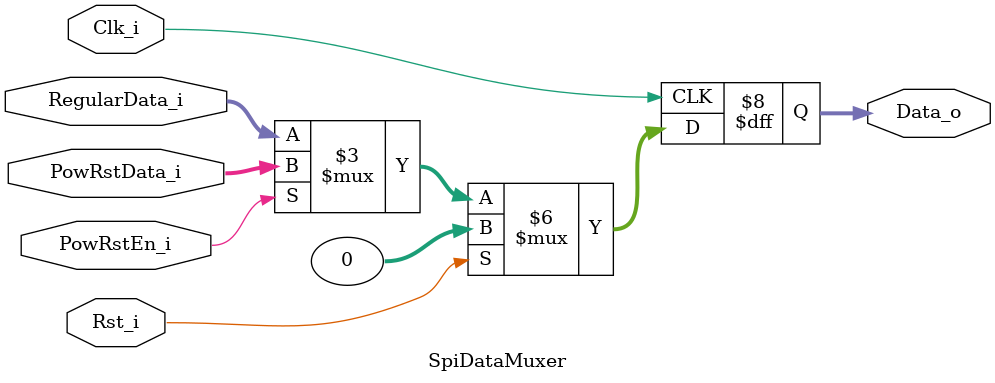
<source format=v>
module SpiDataMuxer (
    input Clk_i,
    input Rst_i,
    input PowRstEn_i,

    input [31:0] PowRstData_i,
    input [31:0] RegularData_i,

    output reg [31:0] Data_o
);


always @(posedge Clk_i) begin
    if (Rst_i) begin
        Data_o <= 0;
    end else begin
        if (PowRstEn_i) begin
            Data_o <= PowRstData_i;
        end else begin
            Data_o <= RegularData_i;
        end
    end
end

endmodule
</source>
